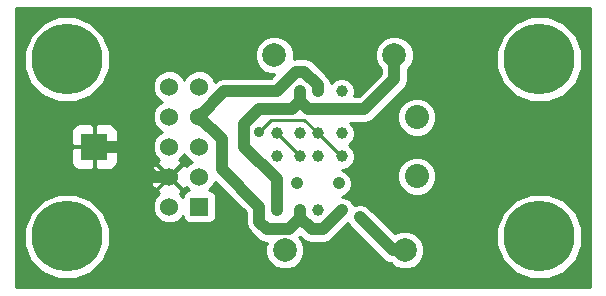
<source format=gtl>
%FSLAX36Y36*%
G04 Gerber Fmt 3.6, Leading zero omitted, Abs format (unit inch)*
G04 Created by KiCad (PCBNEW (2014-jul-16 BZR unknown)-product) date Tue 13 Jan 2015 02:04:58 PM PST*
%MOIN*%
G01*
G04 APERTURE LIST*
%ADD10C,0.003937*%
%ADD11C,0.078700*%
%ADD12R,0.088000X0.088000*%
%ADD13C,0.039370*%
%ADD14C,0.041339*%
%ADD15C,0.080000*%
%ADD16R,0.060000X0.060000*%
%ADD17C,0.060000*%
%ADD18C,0.236220*%
%ADD19C,0.035000*%
%ADD20C,0.040000*%
%ADD21C,0.010000*%
G04 APERTURE END LIST*
D10*
D11*
X5260000Y-4770000D03*
X4860000Y-4770000D03*
X5225000Y-4120000D03*
X4825000Y-4120000D03*
D12*
X4225000Y-4425000D03*
D13*
X4832677Y-4636772D03*
X4911417Y-4636811D03*
X4832677Y-4457677D03*
X4911417Y-4457677D03*
D14*
X4901575Y-4547244D03*
D13*
X4970472Y-4636772D03*
X5049213Y-4636811D03*
X4970472Y-4457677D03*
X5049213Y-4457677D03*
D14*
X5039370Y-4547244D03*
D13*
X4911417Y-4241142D03*
X4832677Y-4241142D03*
X4911417Y-4380906D03*
X4832677Y-4380906D03*
X5049213Y-4241142D03*
X4970472Y-4241142D03*
X5049213Y-4380906D03*
X4970472Y-4380906D03*
D15*
X5300000Y-4523425D03*
X5300000Y-4326575D03*
D16*
X4575000Y-4625000D03*
D17*
X4475000Y-4625000D03*
X4575000Y-4525000D03*
X4475000Y-4525000D03*
X4575000Y-4425000D03*
X4475000Y-4425000D03*
X4575000Y-4325000D03*
X4475000Y-4325000D03*
X4575000Y-4225000D03*
X4475000Y-4225000D03*
D18*
X5708661Y-4724409D03*
X4133858Y-4724409D03*
X5708661Y-4133858D03*
X4133858Y-4133858D03*
D19*
X5110000Y-4660000D03*
X4775000Y-4375000D03*
D20*
X5260000Y-4770000D02*
X5220000Y-4770000D01*
X5220000Y-4770000D02*
X5110000Y-4660000D01*
X5225000Y-4120000D02*
X5225000Y-4200000D01*
X4939064Y-4300000D02*
X4911417Y-4272353D01*
X4939064Y-4300000D02*
X5125000Y-4300000D01*
X5125000Y-4300000D02*
X5225000Y-4200000D01*
X4911417Y-4241142D02*
X4911417Y-4272353D01*
X4775000Y-4300000D02*
X4883770Y-4300000D01*
X4883770Y-4300000D02*
X4911417Y-4272353D01*
X4832677Y-4532677D02*
X4725000Y-4425000D01*
X4725000Y-4425000D02*
X4725000Y-4350000D01*
X4725000Y-4350000D02*
X4775000Y-4300000D01*
X4832677Y-4636772D02*
X4832677Y-4532677D01*
D21*
X4924567Y-4335000D02*
X4970472Y-4380906D01*
X4815000Y-4335000D02*
X4775000Y-4375000D01*
X4924567Y-4335000D02*
X4815000Y-4335000D01*
X5047244Y-4457677D02*
X5049213Y-4457677D01*
X4970472Y-4380906D02*
X5047244Y-4457677D01*
X4909449Y-4457677D02*
X4911417Y-4457677D01*
X4832677Y-4380906D02*
X4909449Y-4457677D01*
D20*
X4475000Y-4525000D02*
X4425000Y-4525000D01*
X4325000Y-4425000D02*
X4225000Y-4425000D01*
X4425000Y-4525000D02*
X4325000Y-4425000D01*
X4575000Y-4325000D02*
X4650000Y-4400000D01*
X4872835Y-4700000D02*
X4911417Y-4661417D01*
X4800000Y-4700000D02*
X4872835Y-4700000D01*
X4775000Y-4675000D02*
X4800000Y-4700000D01*
X4775000Y-4625000D02*
X4775000Y-4675000D01*
X4650000Y-4500000D02*
X4775000Y-4625000D01*
X4650000Y-4400000D02*
X4650000Y-4500000D01*
X4832677Y-4241142D02*
X4658858Y-4241142D01*
X4658858Y-4241142D02*
X4575000Y-4325000D01*
X4986024Y-4700000D02*
X4950000Y-4700000D01*
X4950000Y-4700000D02*
X4911417Y-4661417D01*
X5049213Y-4636811D02*
X4986024Y-4700000D01*
X4911417Y-4661417D02*
X4911417Y-4636811D01*
X4970472Y-4220472D02*
X4925000Y-4175000D01*
X4925000Y-4175000D02*
X4898819Y-4175000D01*
X4898819Y-4175000D02*
X4832677Y-4241142D01*
X4970472Y-4241142D02*
X4970472Y-4220472D01*
D21*
G36*
X5878543Y-4894291D02*
X5851796Y-4894291D01*
X5851796Y-4696068D01*
X5851796Y-4105517D01*
X5830055Y-4052899D01*
X5789833Y-4012606D01*
X5737253Y-3990773D01*
X5680320Y-3990723D01*
X5627702Y-4012465D01*
X5587409Y-4052687D01*
X5565576Y-4105267D01*
X5565526Y-4162200D01*
X5587268Y-4214818D01*
X5627490Y-4255110D01*
X5680070Y-4276944D01*
X5737003Y-4276993D01*
X5789621Y-4255252D01*
X5829914Y-4215030D01*
X5851747Y-4162450D01*
X5851796Y-4105517D01*
X5851796Y-4696068D01*
X5830055Y-4643450D01*
X5789833Y-4603157D01*
X5737253Y-4581324D01*
X5680320Y-4581274D01*
X5627702Y-4603016D01*
X5587409Y-4643238D01*
X5565576Y-4695818D01*
X5565526Y-4752751D01*
X5587268Y-4805369D01*
X5627490Y-4845662D01*
X5680070Y-4867495D01*
X5737003Y-4867544D01*
X5789621Y-4845803D01*
X5829914Y-4805581D01*
X5851747Y-4753001D01*
X5851796Y-4696068D01*
X5851796Y-4894291D01*
X5365011Y-4894291D01*
X5365011Y-4510553D01*
X5365011Y-4313702D01*
X5355136Y-4289803D01*
X5336868Y-4271503D01*
X5312986Y-4261586D01*
X5287127Y-4261564D01*
X5263229Y-4271438D01*
X5244928Y-4289707D01*
X5235011Y-4313589D01*
X5234989Y-4339447D01*
X5244864Y-4363346D01*
X5263132Y-4381647D01*
X5287014Y-4391564D01*
X5312873Y-4391586D01*
X5336771Y-4381711D01*
X5355072Y-4363442D01*
X5364989Y-4339561D01*
X5365011Y-4313702D01*
X5365011Y-4510553D01*
X5355136Y-4486654D01*
X5336868Y-4468353D01*
X5312986Y-4458436D01*
X5287127Y-4458414D01*
X5263229Y-4468289D01*
X5244928Y-4486558D01*
X5235011Y-4510439D01*
X5234989Y-4536298D01*
X5244864Y-4560197D01*
X5263132Y-4578497D01*
X5287014Y-4588414D01*
X5312873Y-4588436D01*
X5336771Y-4578562D01*
X5355072Y-4560293D01*
X5364989Y-4536411D01*
X5365011Y-4510553D01*
X5365011Y-4894291D01*
X5324361Y-4894291D01*
X5324361Y-4757256D01*
X5314585Y-4733596D01*
X5296499Y-4715479D01*
X5272856Y-4705661D01*
X5247256Y-4705639D01*
X5227459Y-4713819D01*
X5141820Y-4628180D01*
X5127221Y-4618425D01*
X5110000Y-4615000D01*
X5092779Y-4618425D01*
X5090816Y-4619737D01*
X5090787Y-4619590D01*
X5089894Y-4618254D01*
X5087117Y-4611532D01*
X5081933Y-4606339D01*
X5081032Y-4604991D01*
X5079696Y-4604098D01*
X5074558Y-4598951D01*
X5067781Y-4596137D01*
X5066433Y-4595236D01*
X5064857Y-4594923D01*
X5058140Y-4592134D01*
X5050803Y-4592127D01*
X5050488Y-4592065D01*
X5065206Y-4585983D01*
X5078064Y-4573147D01*
X5085031Y-4556368D01*
X5085047Y-4538200D01*
X5078109Y-4521408D01*
X5065273Y-4508550D01*
X5050374Y-4502363D01*
X5058062Y-4502370D01*
X5074492Y-4495581D01*
X5087073Y-4483022D01*
X5093890Y-4466605D01*
X5093905Y-4448828D01*
X5087117Y-4432398D01*
X5074558Y-4419817D01*
X5073309Y-4419298D01*
X5074492Y-4418810D01*
X5087073Y-4406251D01*
X5093890Y-4389833D01*
X5093905Y-4372056D01*
X5087117Y-4355627D01*
X5076509Y-4345000D01*
X5125000Y-4345000D01*
X5142221Y-4341575D01*
X5156820Y-4331820D01*
X5256820Y-4231820D01*
X5266575Y-4217221D01*
X5270000Y-4200000D01*
X5270000Y-4166004D01*
X5279521Y-4156499D01*
X5289339Y-4132856D01*
X5289361Y-4107256D01*
X5279585Y-4083596D01*
X5261499Y-4065479D01*
X5237856Y-4055661D01*
X5212256Y-4055639D01*
X5188596Y-4065415D01*
X5170479Y-4083501D01*
X5160661Y-4107144D01*
X5160639Y-4132744D01*
X5170415Y-4156404D01*
X5180000Y-4166006D01*
X5180000Y-4181360D01*
X5106360Y-4255000D01*
X5091842Y-4255000D01*
X5093890Y-4250069D01*
X5093905Y-4232292D01*
X5087117Y-4215863D01*
X5074558Y-4203282D01*
X5058140Y-4196464D01*
X5040363Y-4196449D01*
X5023934Y-4203238D01*
X5014014Y-4213140D01*
X5012047Y-4203252D01*
X5002292Y-4188653D01*
X4956820Y-4143180D01*
X4942221Y-4133425D01*
X4925000Y-4130000D01*
X4898819Y-4130000D01*
X4889340Y-4131886D01*
X4889361Y-4107256D01*
X4879585Y-4083596D01*
X4861499Y-4065479D01*
X4837856Y-4055661D01*
X4812256Y-4055639D01*
X4788596Y-4065415D01*
X4770479Y-4083501D01*
X4760661Y-4107144D01*
X4760639Y-4132744D01*
X4770415Y-4156404D01*
X4788501Y-4174521D01*
X4812144Y-4184339D01*
X4825829Y-4184351D01*
X4814038Y-4196142D01*
X4658858Y-4196142D01*
X4641638Y-4199567D01*
X4627817Y-4208802D01*
X4621654Y-4193886D01*
X4606196Y-4178400D01*
X4585988Y-4170010D01*
X4564108Y-4169990D01*
X4543886Y-4178346D01*
X4528400Y-4193804D01*
X4525002Y-4201989D01*
X4521654Y-4193886D01*
X4506196Y-4178400D01*
X4485988Y-4170010D01*
X4464108Y-4169990D01*
X4443886Y-4178346D01*
X4428400Y-4193804D01*
X4420010Y-4214012D01*
X4419990Y-4235892D01*
X4428346Y-4256114D01*
X4443804Y-4271600D01*
X4451989Y-4274998D01*
X4443886Y-4278346D01*
X4428400Y-4293804D01*
X4420010Y-4314012D01*
X4419990Y-4335892D01*
X4428346Y-4356114D01*
X4443804Y-4371600D01*
X4451989Y-4374998D01*
X4443886Y-4378346D01*
X4428400Y-4393804D01*
X4420010Y-4414012D01*
X4419990Y-4435892D01*
X4428346Y-4456114D01*
X4440756Y-4468546D01*
X4439524Y-4469022D01*
X4436859Y-4470802D01*
X4435038Y-4483624D01*
X4475000Y-4523586D01*
X4514962Y-4483624D01*
X4513141Y-4470802D01*
X4508865Y-4468908D01*
X4521600Y-4456196D01*
X4524998Y-4448011D01*
X4528346Y-4456114D01*
X4543804Y-4471600D01*
X4551989Y-4474998D01*
X4543886Y-4478346D01*
X4531454Y-4490756D01*
X4530978Y-4489524D01*
X4529198Y-4486859D01*
X4516376Y-4485038D01*
X4476414Y-4525000D01*
X4516376Y-4564962D01*
X4529198Y-4563141D01*
X4531092Y-4558865D01*
X4542208Y-4570000D01*
X4540027Y-4570000D01*
X4530839Y-4573806D01*
X4523806Y-4580839D01*
X4520000Y-4590027D01*
X4520000Y-4592229D01*
X4509244Y-4581454D01*
X4510476Y-4580978D01*
X4513141Y-4579198D01*
X4514962Y-4566376D01*
X4475000Y-4526414D01*
X4473586Y-4527828D01*
X4473586Y-4525000D01*
X4433624Y-4485038D01*
X4420802Y-4486859D01*
X4410332Y-4510503D01*
X4409706Y-4536354D01*
X4419022Y-4560476D01*
X4420802Y-4563141D01*
X4433624Y-4564962D01*
X4473586Y-4525000D01*
X4473586Y-4527828D01*
X4435038Y-4566376D01*
X4436859Y-4579198D01*
X4441135Y-4581092D01*
X4428400Y-4593804D01*
X4420010Y-4614012D01*
X4419990Y-4635892D01*
X4428346Y-4656114D01*
X4443804Y-4671600D01*
X4464012Y-4679990D01*
X4485892Y-4680010D01*
X4506114Y-4671654D01*
X4520000Y-4657792D01*
X4520000Y-4659973D01*
X4523806Y-4669161D01*
X4530839Y-4676194D01*
X4540027Y-4680000D01*
X4549973Y-4680000D01*
X4609973Y-4680000D01*
X4619161Y-4676194D01*
X4626194Y-4669161D01*
X4630000Y-4659973D01*
X4630000Y-4650027D01*
X4630000Y-4590027D01*
X4626194Y-4580839D01*
X4619161Y-4573806D01*
X4609973Y-4570000D01*
X4607771Y-4570000D01*
X4621600Y-4556196D01*
X4627748Y-4541388D01*
X4730000Y-4643640D01*
X4730000Y-4675000D01*
X4733425Y-4692221D01*
X4743180Y-4706820D01*
X4768180Y-4731820D01*
X4782779Y-4741575D01*
X4800000Y-4745000D01*
X4800704Y-4745000D01*
X4795661Y-4757144D01*
X4795639Y-4782744D01*
X4805415Y-4806404D01*
X4823501Y-4824521D01*
X4847144Y-4834339D01*
X4872744Y-4834361D01*
X4896404Y-4824585D01*
X4914521Y-4806499D01*
X4924339Y-4782856D01*
X4924361Y-4757256D01*
X4914585Y-4733596D01*
X4908737Y-4727738D01*
X4911417Y-4725057D01*
X4918180Y-4731820D01*
X4932779Y-4741575D01*
X4950000Y-4745000D01*
X4986024Y-4745000D01*
X5003244Y-4741575D01*
X5017843Y-4731820D01*
X5070034Y-4679629D01*
X5078180Y-4691820D01*
X5188180Y-4801820D01*
X5202779Y-4811575D01*
X5212509Y-4813510D01*
X5223501Y-4824521D01*
X5247144Y-4834339D01*
X5272744Y-4834361D01*
X5296404Y-4824585D01*
X5314521Y-4806499D01*
X5324339Y-4782856D01*
X5324361Y-4757256D01*
X5324361Y-4894291D01*
X4304000Y-4894291D01*
X4304000Y-4475962D01*
X4304000Y-4462038D01*
X4304000Y-4434750D01*
X4304000Y-4415250D01*
X4304000Y-4387962D01*
X4304000Y-4374038D01*
X4298672Y-4361174D01*
X4288826Y-4351328D01*
X4276993Y-4346427D01*
X4276993Y-4105517D01*
X4255252Y-4052899D01*
X4215030Y-4012606D01*
X4162450Y-3990773D01*
X4105517Y-3990723D01*
X4052899Y-4012465D01*
X4012606Y-4052687D01*
X3990773Y-4105267D01*
X3990723Y-4162200D01*
X4012465Y-4214818D01*
X4052687Y-4255110D01*
X4105267Y-4276944D01*
X4162200Y-4276993D01*
X4214818Y-4255252D01*
X4255110Y-4215030D01*
X4276944Y-4162450D01*
X4276993Y-4105517D01*
X4276993Y-4346427D01*
X4275962Y-4346000D01*
X4234750Y-4346000D01*
X4226000Y-4354750D01*
X4226000Y-4424000D01*
X4295250Y-4424000D01*
X4304000Y-4415250D01*
X4304000Y-4434750D01*
X4295250Y-4426000D01*
X4226000Y-4426000D01*
X4226000Y-4495250D01*
X4234750Y-4504000D01*
X4275962Y-4504000D01*
X4288826Y-4498672D01*
X4298672Y-4488826D01*
X4304000Y-4475962D01*
X4304000Y-4894291D01*
X4276993Y-4894291D01*
X4276993Y-4696068D01*
X4255252Y-4643450D01*
X4224000Y-4612143D01*
X4224000Y-4495250D01*
X4224000Y-4426000D01*
X4224000Y-4424000D01*
X4224000Y-4354750D01*
X4215250Y-4346000D01*
X4174038Y-4346000D01*
X4161174Y-4351328D01*
X4151328Y-4361174D01*
X4146000Y-4374038D01*
X4146000Y-4387962D01*
X4146000Y-4415250D01*
X4154750Y-4424000D01*
X4224000Y-4424000D01*
X4224000Y-4426000D01*
X4154750Y-4426000D01*
X4146000Y-4434750D01*
X4146000Y-4462038D01*
X4146000Y-4475962D01*
X4151328Y-4488826D01*
X4161174Y-4498672D01*
X4174038Y-4504000D01*
X4215250Y-4504000D01*
X4224000Y-4495250D01*
X4224000Y-4612143D01*
X4215030Y-4603157D01*
X4162450Y-4581324D01*
X4105517Y-4581274D01*
X4052899Y-4603016D01*
X4012606Y-4643238D01*
X3990773Y-4695818D01*
X3990723Y-4752751D01*
X4012465Y-4805369D01*
X4052687Y-4845662D01*
X4105267Y-4867495D01*
X4162200Y-4867544D01*
X4214818Y-4845803D01*
X4255110Y-4805581D01*
X4276944Y-4753001D01*
X4276993Y-4696068D01*
X4276993Y-4894291D01*
X3963976Y-4894291D01*
X3963976Y-3963976D01*
X5878543Y-3963976D01*
X5878543Y-4894291D01*
X5878543Y-4894291D01*
G37*
X5878543Y-4894291D02*
X5851796Y-4894291D01*
X5851796Y-4696068D01*
X5851796Y-4105517D01*
X5830055Y-4052899D01*
X5789833Y-4012606D01*
X5737253Y-3990773D01*
X5680320Y-3990723D01*
X5627702Y-4012465D01*
X5587409Y-4052687D01*
X5565576Y-4105267D01*
X5565526Y-4162200D01*
X5587268Y-4214818D01*
X5627490Y-4255110D01*
X5680070Y-4276944D01*
X5737003Y-4276993D01*
X5789621Y-4255252D01*
X5829914Y-4215030D01*
X5851747Y-4162450D01*
X5851796Y-4105517D01*
X5851796Y-4696068D01*
X5830055Y-4643450D01*
X5789833Y-4603157D01*
X5737253Y-4581324D01*
X5680320Y-4581274D01*
X5627702Y-4603016D01*
X5587409Y-4643238D01*
X5565576Y-4695818D01*
X5565526Y-4752751D01*
X5587268Y-4805369D01*
X5627490Y-4845662D01*
X5680070Y-4867495D01*
X5737003Y-4867544D01*
X5789621Y-4845803D01*
X5829914Y-4805581D01*
X5851747Y-4753001D01*
X5851796Y-4696068D01*
X5851796Y-4894291D01*
X5365011Y-4894291D01*
X5365011Y-4510553D01*
X5365011Y-4313702D01*
X5355136Y-4289803D01*
X5336868Y-4271503D01*
X5312986Y-4261586D01*
X5287127Y-4261564D01*
X5263229Y-4271438D01*
X5244928Y-4289707D01*
X5235011Y-4313589D01*
X5234989Y-4339447D01*
X5244864Y-4363346D01*
X5263132Y-4381647D01*
X5287014Y-4391564D01*
X5312873Y-4391586D01*
X5336771Y-4381711D01*
X5355072Y-4363442D01*
X5364989Y-4339561D01*
X5365011Y-4313702D01*
X5365011Y-4510553D01*
X5355136Y-4486654D01*
X5336868Y-4468353D01*
X5312986Y-4458436D01*
X5287127Y-4458414D01*
X5263229Y-4468289D01*
X5244928Y-4486558D01*
X5235011Y-4510439D01*
X5234989Y-4536298D01*
X5244864Y-4560197D01*
X5263132Y-4578497D01*
X5287014Y-4588414D01*
X5312873Y-4588436D01*
X5336771Y-4578562D01*
X5355072Y-4560293D01*
X5364989Y-4536411D01*
X5365011Y-4510553D01*
X5365011Y-4894291D01*
X5324361Y-4894291D01*
X5324361Y-4757256D01*
X5314585Y-4733596D01*
X5296499Y-4715479D01*
X5272856Y-4705661D01*
X5247256Y-4705639D01*
X5227459Y-4713819D01*
X5141820Y-4628180D01*
X5127221Y-4618425D01*
X5110000Y-4615000D01*
X5092779Y-4618425D01*
X5090816Y-4619737D01*
X5090787Y-4619590D01*
X5089894Y-4618254D01*
X5087117Y-4611532D01*
X5081933Y-4606339D01*
X5081032Y-4604991D01*
X5079696Y-4604098D01*
X5074558Y-4598951D01*
X5067781Y-4596137D01*
X5066433Y-4595236D01*
X5064857Y-4594923D01*
X5058140Y-4592134D01*
X5050803Y-4592127D01*
X5050488Y-4592065D01*
X5065206Y-4585983D01*
X5078064Y-4573147D01*
X5085031Y-4556368D01*
X5085047Y-4538200D01*
X5078109Y-4521408D01*
X5065273Y-4508550D01*
X5050374Y-4502363D01*
X5058062Y-4502370D01*
X5074492Y-4495581D01*
X5087073Y-4483022D01*
X5093890Y-4466605D01*
X5093905Y-4448828D01*
X5087117Y-4432398D01*
X5074558Y-4419817D01*
X5073309Y-4419298D01*
X5074492Y-4418810D01*
X5087073Y-4406251D01*
X5093890Y-4389833D01*
X5093905Y-4372056D01*
X5087117Y-4355627D01*
X5076509Y-4345000D01*
X5125000Y-4345000D01*
X5142221Y-4341575D01*
X5156820Y-4331820D01*
X5256820Y-4231820D01*
X5266575Y-4217221D01*
X5270000Y-4200000D01*
X5270000Y-4166004D01*
X5279521Y-4156499D01*
X5289339Y-4132856D01*
X5289361Y-4107256D01*
X5279585Y-4083596D01*
X5261499Y-4065479D01*
X5237856Y-4055661D01*
X5212256Y-4055639D01*
X5188596Y-4065415D01*
X5170479Y-4083501D01*
X5160661Y-4107144D01*
X5160639Y-4132744D01*
X5170415Y-4156404D01*
X5180000Y-4166006D01*
X5180000Y-4181360D01*
X5106360Y-4255000D01*
X5091842Y-4255000D01*
X5093890Y-4250069D01*
X5093905Y-4232292D01*
X5087117Y-4215863D01*
X5074558Y-4203282D01*
X5058140Y-4196464D01*
X5040363Y-4196449D01*
X5023934Y-4203238D01*
X5014014Y-4213140D01*
X5012047Y-4203252D01*
X5002292Y-4188653D01*
X4956820Y-4143180D01*
X4942221Y-4133425D01*
X4925000Y-4130000D01*
X4898819Y-4130000D01*
X4889340Y-4131886D01*
X4889361Y-4107256D01*
X4879585Y-4083596D01*
X4861499Y-4065479D01*
X4837856Y-4055661D01*
X4812256Y-4055639D01*
X4788596Y-4065415D01*
X4770479Y-4083501D01*
X4760661Y-4107144D01*
X4760639Y-4132744D01*
X4770415Y-4156404D01*
X4788501Y-4174521D01*
X4812144Y-4184339D01*
X4825829Y-4184351D01*
X4814038Y-4196142D01*
X4658858Y-4196142D01*
X4641638Y-4199567D01*
X4627817Y-4208802D01*
X4621654Y-4193886D01*
X4606196Y-4178400D01*
X4585988Y-4170010D01*
X4564108Y-4169990D01*
X4543886Y-4178346D01*
X4528400Y-4193804D01*
X4525002Y-4201989D01*
X4521654Y-4193886D01*
X4506196Y-4178400D01*
X4485988Y-4170010D01*
X4464108Y-4169990D01*
X4443886Y-4178346D01*
X4428400Y-4193804D01*
X4420010Y-4214012D01*
X4419990Y-4235892D01*
X4428346Y-4256114D01*
X4443804Y-4271600D01*
X4451989Y-4274998D01*
X4443886Y-4278346D01*
X4428400Y-4293804D01*
X4420010Y-4314012D01*
X4419990Y-4335892D01*
X4428346Y-4356114D01*
X4443804Y-4371600D01*
X4451989Y-4374998D01*
X4443886Y-4378346D01*
X4428400Y-4393804D01*
X4420010Y-4414012D01*
X4419990Y-4435892D01*
X4428346Y-4456114D01*
X4440756Y-4468546D01*
X4439524Y-4469022D01*
X4436859Y-4470802D01*
X4435038Y-4483624D01*
X4475000Y-4523586D01*
X4514962Y-4483624D01*
X4513141Y-4470802D01*
X4508865Y-4468908D01*
X4521600Y-4456196D01*
X4524998Y-4448011D01*
X4528346Y-4456114D01*
X4543804Y-4471600D01*
X4551989Y-4474998D01*
X4543886Y-4478346D01*
X4531454Y-4490756D01*
X4530978Y-4489524D01*
X4529198Y-4486859D01*
X4516376Y-4485038D01*
X4476414Y-4525000D01*
X4516376Y-4564962D01*
X4529198Y-4563141D01*
X4531092Y-4558865D01*
X4542208Y-4570000D01*
X4540027Y-4570000D01*
X4530839Y-4573806D01*
X4523806Y-4580839D01*
X4520000Y-4590027D01*
X4520000Y-4592229D01*
X4509244Y-4581454D01*
X4510476Y-4580978D01*
X4513141Y-4579198D01*
X4514962Y-4566376D01*
X4475000Y-4526414D01*
X4473586Y-4527828D01*
X4473586Y-4525000D01*
X4433624Y-4485038D01*
X4420802Y-4486859D01*
X4410332Y-4510503D01*
X4409706Y-4536354D01*
X4419022Y-4560476D01*
X4420802Y-4563141D01*
X4433624Y-4564962D01*
X4473586Y-4525000D01*
X4473586Y-4527828D01*
X4435038Y-4566376D01*
X4436859Y-4579198D01*
X4441135Y-4581092D01*
X4428400Y-4593804D01*
X4420010Y-4614012D01*
X4419990Y-4635892D01*
X4428346Y-4656114D01*
X4443804Y-4671600D01*
X4464012Y-4679990D01*
X4485892Y-4680010D01*
X4506114Y-4671654D01*
X4520000Y-4657792D01*
X4520000Y-4659973D01*
X4523806Y-4669161D01*
X4530839Y-4676194D01*
X4540027Y-4680000D01*
X4549973Y-4680000D01*
X4609973Y-4680000D01*
X4619161Y-4676194D01*
X4626194Y-4669161D01*
X4630000Y-4659973D01*
X4630000Y-4650027D01*
X4630000Y-4590027D01*
X4626194Y-4580839D01*
X4619161Y-4573806D01*
X4609973Y-4570000D01*
X4607771Y-4570000D01*
X4621600Y-4556196D01*
X4627748Y-4541388D01*
X4730000Y-4643640D01*
X4730000Y-4675000D01*
X4733425Y-4692221D01*
X4743180Y-4706820D01*
X4768180Y-4731820D01*
X4782779Y-4741575D01*
X4800000Y-4745000D01*
X4800704Y-4745000D01*
X4795661Y-4757144D01*
X4795639Y-4782744D01*
X4805415Y-4806404D01*
X4823501Y-4824521D01*
X4847144Y-4834339D01*
X4872744Y-4834361D01*
X4896404Y-4824585D01*
X4914521Y-4806499D01*
X4924339Y-4782856D01*
X4924361Y-4757256D01*
X4914585Y-4733596D01*
X4908737Y-4727738D01*
X4911417Y-4725057D01*
X4918180Y-4731820D01*
X4932779Y-4741575D01*
X4950000Y-4745000D01*
X4986024Y-4745000D01*
X5003244Y-4741575D01*
X5017843Y-4731820D01*
X5070034Y-4679629D01*
X5078180Y-4691820D01*
X5188180Y-4801820D01*
X5202779Y-4811575D01*
X5212509Y-4813510D01*
X5223501Y-4824521D01*
X5247144Y-4834339D01*
X5272744Y-4834361D01*
X5296404Y-4824585D01*
X5314521Y-4806499D01*
X5324339Y-4782856D01*
X5324361Y-4757256D01*
X5324361Y-4894291D01*
X4304000Y-4894291D01*
X4304000Y-4475962D01*
X4304000Y-4462038D01*
X4304000Y-4434750D01*
X4304000Y-4415250D01*
X4304000Y-4387962D01*
X4304000Y-4374038D01*
X4298672Y-4361174D01*
X4288826Y-4351328D01*
X4276993Y-4346427D01*
X4276993Y-4105517D01*
X4255252Y-4052899D01*
X4215030Y-4012606D01*
X4162450Y-3990773D01*
X4105517Y-3990723D01*
X4052899Y-4012465D01*
X4012606Y-4052687D01*
X3990773Y-4105267D01*
X3990723Y-4162200D01*
X4012465Y-4214818D01*
X4052687Y-4255110D01*
X4105267Y-4276944D01*
X4162200Y-4276993D01*
X4214818Y-4255252D01*
X4255110Y-4215030D01*
X4276944Y-4162450D01*
X4276993Y-4105517D01*
X4276993Y-4346427D01*
X4275962Y-4346000D01*
X4234750Y-4346000D01*
X4226000Y-4354750D01*
X4226000Y-4424000D01*
X4295250Y-4424000D01*
X4304000Y-4415250D01*
X4304000Y-4434750D01*
X4295250Y-4426000D01*
X4226000Y-4426000D01*
X4226000Y-4495250D01*
X4234750Y-4504000D01*
X4275962Y-4504000D01*
X4288826Y-4498672D01*
X4298672Y-4488826D01*
X4304000Y-4475962D01*
X4304000Y-4894291D01*
X4276993Y-4894291D01*
X4276993Y-4696068D01*
X4255252Y-4643450D01*
X4224000Y-4612143D01*
X4224000Y-4495250D01*
X4224000Y-4426000D01*
X4224000Y-4424000D01*
X4224000Y-4354750D01*
X4215250Y-4346000D01*
X4174038Y-4346000D01*
X4161174Y-4351328D01*
X4151328Y-4361174D01*
X4146000Y-4374038D01*
X4146000Y-4387962D01*
X4146000Y-4415250D01*
X4154750Y-4424000D01*
X4224000Y-4424000D01*
X4224000Y-4426000D01*
X4154750Y-4426000D01*
X4146000Y-4434750D01*
X4146000Y-4462038D01*
X4146000Y-4475962D01*
X4151328Y-4488826D01*
X4161174Y-4498672D01*
X4174038Y-4504000D01*
X4215250Y-4504000D01*
X4224000Y-4495250D01*
X4224000Y-4612143D01*
X4215030Y-4603157D01*
X4162450Y-4581324D01*
X4105517Y-4581274D01*
X4052899Y-4603016D01*
X4012606Y-4643238D01*
X3990773Y-4695818D01*
X3990723Y-4752751D01*
X4012465Y-4805369D01*
X4052687Y-4845662D01*
X4105267Y-4867495D01*
X4162200Y-4867544D01*
X4214818Y-4845803D01*
X4255110Y-4805581D01*
X4276944Y-4753001D01*
X4276993Y-4696068D01*
X4276993Y-4894291D01*
X3963976Y-4894291D01*
X3963976Y-3963976D01*
X5878543Y-3963976D01*
X5878543Y-4894291D01*
M02*

</source>
